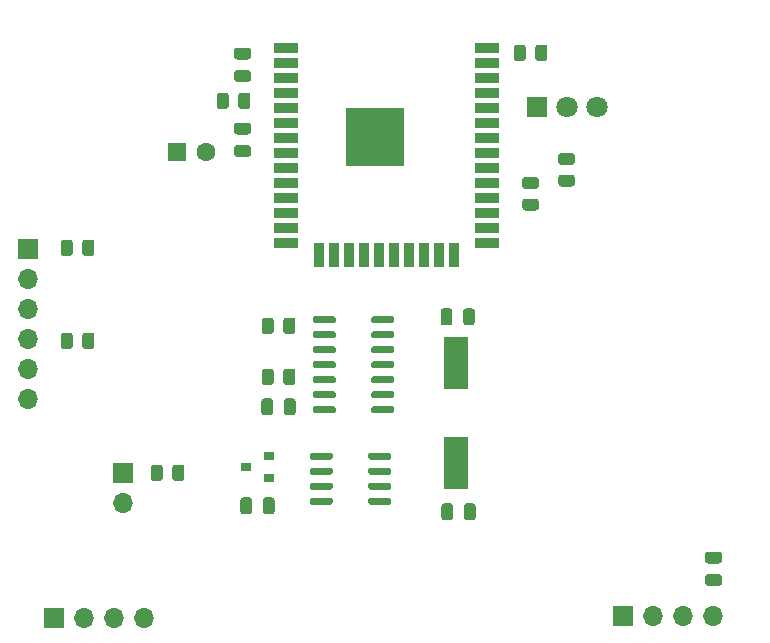
<source format=gbr>
%TF.GenerationSoftware,KiCad,Pcbnew,5.1.9+dfsg1-1*%
%TF.CreationDate,2021-05-25T15:32:43+02:00*%
%TF.ProjectId,vscp-din-wireless-esp32-can,76736370-2d64-4696-9e2d-776972656c65,rev?*%
%TF.SameCoordinates,Original*%
%TF.FileFunction,Soldermask,Top*%
%TF.FilePolarity,Negative*%
%FSLAX46Y46*%
G04 Gerber Fmt 4.6, Leading zero omitted, Abs format (unit mm)*
G04 Created by KiCad (PCBNEW 5.1.9+dfsg1-1) date 2021-05-25 15:32:43*
%MOMM*%
%LPD*%
G01*
G04 APERTURE LIST*
%ADD10O,1.700000X1.700000*%
%ADD11R,1.700000X1.700000*%
%ADD12R,2.000000X4.500000*%
%ADD13R,0.900000X0.800000*%
%ADD14C,1.800000*%
%ADD15R,1.800000X1.800000*%
%ADD16R,2.000000X0.900000*%
%ADD17R,0.900000X2.000000*%
%ADD18R,5.000000X5.000000*%
%ADD19C,1.600000*%
%ADD20R,1.600000X1.600000*%
G04 APERTURE END LIST*
D10*
%TO.C,J1*%
X127820000Y-97600000D03*
X125280000Y-97600000D03*
X122740000Y-97600000D03*
D11*
X120200000Y-97600000D03*
%TD*%
D12*
%TO.C,Y1*%
X154178000Y-76014000D03*
X154178000Y-84514000D03*
%TD*%
%TO.C,U3*%
G36*
G01*
X146788000Y-84097000D02*
X146788000Y-83797000D01*
G75*
G02*
X146938000Y-83647000I150000J0D01*
G01*
X148588000Y-83647000D01*
G75*
G02*
X148738000Y-83797000I0J-150000D01*
G01*
X148738000Y-84097000D01*
G75*
G02*
X148588000Y-84247000I-150000J0D01*
G01*
X146938000Y-84247000D01*
G75*
G02*
X146788000Y-84097000I0J150000D01*
G01*
G37*
G36*
G01*
X146788000Y-85367000D02*
X146788000Y-85067000D01*
G75*
G02*
X146938000Y-84917000I150000J0D01*
G01*
X148588000Y-84917000D01*
G75*
G02*
X148738000Y-85067000I0J-150000D01*
G01*
X148738000Y-85367000D01*
G75*
G02*
X148588000Y-85517000I-150000J0D01*
G01*
X146938000Y-85517000D01*
G75*
G02*
X146788000Y-85367000I0J150000D01*
G01*
G37*
G36*
G01*
X146788000Y-86637000D02*
X146788000Y-86337000D01*
G75*
G02*
X146938000Y-86187000I150000J0D01*
G01*
X148588000Y-86187000D01*
G75*
G02*
X148738000Y-86337000I0J-150000D01*
G01*
X148738000Y-86637000D01*
G75*
G02*
X148588000Y-86787000I-150000J0D01*
G01*
X146938000Y-86787000D01*
G75*
G02*
X146788000Y-86637000I0J150000D01*
G01*
G37*
G36*
G01*
X146788000Y-87907000D02*
X146788000Y-87607000D01*
G75*
G02*
X146938000Y-87457000I150000J0D01*
G01*
X148588000Y-87457000D01*
G75*
G02*
X148738000Y-87607000I0J-150000D01*
G01*
X148738000Y-87907000D01*
G75*
G02*
X148588000Y-88057000I-150000J0D01*
G01*
X146938000Y-88057000D01*
G75*
G02*
X146788000Y-87907000I0J150000D01*
G01*
G37*
G36*
G01*
X141838000Y-87907000D02*
X141838000Y-87607000D01*
G75*
G02*
X141988000Y-87457000I150000J0D01*
G01*
X143638000Y-87457000D01*
G75*
G02*
X143788000Y-87607000I0J-150000D01*
G01*
X143788000Y-87907000D01*
G75*
G02*
X143638000Y-88057000I-150000J0D01*
G01*
X141988000Y-88057000D01*
G75*
G02*
X141838000Y-87907000I0J150000D01*
G01*
G37*
G36*
G01*
X141838000Y-86637000D02*
X141838000Y-86337000D01*
G75*
G02*
X141988000Y-86187000I150000J0D01*
G01*
X143638000Y-86187000D01*
G75*
G02*
X143788000Y-86337000I0J-150000D01*
G01*
X143788000Y-86637000D01*
G75*
G02*
X143638000Y-86787000I-150000J0D01*
G01*
X141988000Y-86787000D01*
G75*
G02*
X141838000Y-86637000I0J150000D01*
G01*
G37*
G36*
G01*
X141838000Y-85367000D02*
X141838000Y-85067000D01*
G75*
G02*
X141988000Y-84917000I150000J0D01*
G01*
X143638000Y-84917000D01*
G75*
G02*
X143788000Y-85067000I0J-150000D01*
G01*
X143788000Y-85367000D01*
G75*
G02*
X143638000Y-85517000I-150000J0D01*
G01*
X141988000Y-85517000D01*
G75*
G02*
X141838000Y-85367000I0J150000D01*
G01*
G37*
G36*
G01*
X141838000Y-84097000D02*
X141838000Y-83797000D01*
G75*
G02*
X141988000Y-83647000I150000J0D01*
G01*
X143638000Y-83647000D01*
G75*
G02*
X143788000Y-83797000I0J-150000D01*
G01*
X143788000Y-84097000D01*
G75*
G02*
X143638000Y-84247000I-150000J0D01*
G01*
X141988000Y-84247000D01*
G75*
G02*
X141838000Y-84097000I0J150000D01*
G01*
G37*
%TD*%
%TO.C,U2*%
G36*
G01*
X144042000Y-79860000D02*
X144042000Y-80160000D01*
G75*
G02*
X143892000Y-80310000I-150000J0D01*
G01*
X142242000Y-80310000D01*
G75*
G02*
X142092000Y-80160000I0J150000D01*
G01*
X142092000Y-79860000D01*
G75*
G02*
X142242000Y-79710000I150000J0D01*
G01*
X143892000Y-79710000D01*
G75*
G02*
X144042000Y-79860000I0J-150000D01*
G01*
G37*
G36*
G01*
X144042000Y-78590000D02*
X144042000Y-78890000D01*
G75*
G02*
X143892000Y-79040000I-150000J0D01*
G01*
X142242000Y-79040000D01*
G75*
G02*
X142092000Y-78890000I0J150000D01*
G01*
X142092000Y-78590000D01*
G75*
G02*
X142242000Y-78440000I150000J0D01*
G01*
X143892000Y-78440000D01*
G75*
G02*
X144042000Y-78590000I0J-150000D01*
G01*
G37*
G36*
G01*
X144042000Y-77320000D02*
X144042000Y-77620000D01*
G75*
G02*
X143892000Y-77770000I-150000J0D01*
G01*
X142242000Y-77770000D01*
G75*
G02*
X142092000Y-77620000I0J150000D01*
G01*
X142092000Y-77320000D01*
G75*
G02*
X142242000Y-77170000I150000J0D01*
G01*
X143892000Y-77170000D01*
G75*
G02*
X144042000Y-77320000I0J-150000D01*
G01*
G37*
G36*
G01*
X144042000Y-76050000D02*
X144042000Y-76350000D01*
G75*
G02*
X143892000Y-76500000I-150000J0D01*
G01*
X142242000Y-76500000D01*
G75*
G02*
X142092000Y-76350000I0J150000D01*
G01*
X142092000Y-76050000D01*
G75*
G02*
X142242000Y-75900000I150000J0D01*
G01*
X143892000Y-75900000D01*
G75*
G02*
X144042000Y-76050000I0J-150000D01*
G01*
G37*
G36*
G01*
X144042000Y-74780000D02*
X144042000Y-75080000D01*
G75*
G02*
X143892000Y-75230000I-150000J0D01*
G01*
X142242000Y-75230000D01*
G75*
G02*
X142092000Y-75080000I0J150000D01*
G01*
X142092000Y-74780000D01*
G75*
G02*
X142242000Y-74630000I150000J0D01*
G01*
X143892000Y-74630000D01*
G75*
G02*
X144042000Y-74780000I0J-150000D01*
G01*
G37*
G36*
G01*
X144042000Y-73510000D02*
X144042000Y-73810000D01*
G75*
G02*
X143892000Y-73960000I-150000J0D01*
G01*
X142242000Y-73960000D01*
G75*
G02*
X142092000Y-73810000I0J150000D01*
G01*
X142092000Y-73510000D01*
G75*
G02*
X142242000Y-73360000I150000J0D01*
G01*
X143892000Y-73360000D01*
G75*
G02*
X144042000Y-73510000I0J-150000D01*
G01*
G37*
G36*
G01*
X144042000Y-72240000D02*
X144042000Y-72540000D01*
G75*
G02*
X143892000Y-72690000I-150000J0D01*
G01*
X142242000Y-72690000D01*
G75*
G02*
X142092000Y-72540000I0J150000D01*
G01*
X142092000Y-72240000D01*
G75*
G02*
X142242000Y-72090000I150000J0D01*
G01*
X143892000Y-72090000D01*
G75*
G02*
X144042000Y-72240000I0J-150000D01*
G01*
G37*
G36*
G01*
X148992000Y-72240000D02*
X148992000Y-72540000D01*
G75*
G02*
X148842000Y-72690000I-150000J0D01*
G01*
X147192000Y-72690000D01*
G75*
G02*
X147042000Y-72540000I0J150000D01*
G01*
X147042000Y-72240000D01*
G75*
G02*
X147192000Y-72090000I150000J0D01*
G01*
X148842000Y-72090000D01*
G75*
G02*
X148992000Y-72240000I0J-150000D01*
G01*
G37*
G36*
G01*
X148992000Y-73510000D02*
X148992000Y-73810000D01*
G75*
G02*
X148842000Y-73960000I-150000J0D01*
G01*
X147192000Y-73960000D01*
G75*
G02*
X147042000Y-73810000I0J150000D01*
G01*
X147042000Y-73510000D01*
G75*
G02*
X147192000Y-73360000I150000J0D01*
G01*
X148842000Y-73360000D01*
G75*
G02*
X148992000Y-73510000I0J-150000D01*
G01*
G37*
G36*
G01*
X148992000Y-74780000D02*
X148992000Y-75080000D01*
G75*
G02*
X148842000Y-75230000I-150000J0D01*
G01*
X147192000Y-75230000D01*
G75*
G02*
X147042000Y-75080000I0J150000D01*
G01*
X147042000Y-74780000D01*
G75*
G02*
X147192000Y-74630000I150000J0D01*
G01*
X148842000Y-74630000D01*
G75*
G02*
X148992000Y-74780000I0J-150000D01*
G01*
G37*
G36*
G01*
X148992000Y-76050000D02*
X148992000Y-76350000D01*
G75*
G02*
X148842000Y-76500000I-150000J0D01*
G01*
X147192000Y-76500000D01*
G75*
G02*
X147042000Y-76350000I0J150000D01*
G01*
X147042000Y-76050000D01*
G75*
G02*
X147192000Y-75900000I150000J0D01*
G01*
X148842000Y-75900000D01*
G75*
G02*
X148992000Y-76050000I0J-150000D01*
G01*
G37*
G36*
G01*
X148992000Y-77320000D02*
X148992000Y-77620000D01*
G75*
G02*
X148842000Y-77770000I-150000J0D01*
G01*
X147192000Y-77770000D01*
G75*
G02*
X147042000Y-77620000I0J150000D01*
G01*
X147042000Y-77320000D01*
G75*
G02*
X147192000Y-77170000I150000J0D01*
G01*
X148842000Y-77170000D01*
G75*
G02*
X148992000Y-77320000I0J-150000D01*
G01*
G37*
G36*
G01*
X148992000Y-78590000D02*
X148992000Y-78890000D01*
G75*
G02*
X148842000Y-79040000I-150000J0D01*
G01*
X147192000Y-79040000D01*
G75*
G02*
X147042000Y-78890000I0J150000D01*
G01*
X147042000Y-78590000D01*
G75*
G02*
X147192000Y-78440000I150000J0D01*
G01*
X148842000Y-78440000D01*
G75*
G02*
X148992000Y-78590000I0J-150000D01*
G01*
G37*
G36*
G01*
X148992000Y-79860000D02*
X148992000Y-80160000D01*
G75*
G02*
X148842000Y-80310000I-150000J0D01*
G01*
X147192000Y-80310000D01*
G75*
G02*
X147042000Y-80160000I0J150000D01*
G01*
X147042000Y-79860000D01*
G75*
G02*
X147192000Y-79710000I150000J0D01*
G01*
X148842000Y-79710000D01*
G75*
G02*
X148992000Y-79860000I0J-150000D01*
G01*
G37*
%TD*%
%TO.C,R9*%
G36*
G01*
X130194000Y-85794001D02*
X130194000Y-84893999D01*
G75*
G02*
X130443999Y-84644000I249999J0D01*
G01*
X130969001Y-84644000D01*
G75*
G02*
X131219000Y-84893999I0J-249999D01*
G01*
X131219000Y-85794001D01*
G75*
G02*
X130969001Y-86044000I-249999J0D01*
G01*
X130443999Y-86044000D01*
G75*
G02*
X130194000Y-85794001I0J249999D01*
G01*
G37*
G36*
G01*
X128369000Y-85794001D02*
X128369000Y-84893999D01*
G75*
G02*
X128618999Y-84644000I249999J0D01*
G01*
X129144001Y-84644000D01*
G75*
G02*
X129394000Y-84893999I0J-249999D01*
G01*
X129394000Y-85794001D01*
G75*
G02*
X129144001Y-86044000I-249999J0D01*
G01*
X128618999Y-86044000D01*
G75*
G02*
X128369000Y-85794001I0J249999D01*
G01*
G37*
%TD*%
%TO.C,R7*%
G36*
G01*
X138792000Y-72447999D02*
X138792000Y-73348001D01*
G75*
G02*
X138542001Y-73598000I-249999J0D01*
G01*
X138016999Y-73598000D01*
G75*
G02*
X137767000Y-73348001I0J249999D01*
G01*
X137767000Y-72447999D01*
G75*
G02*
X138016999Y-72198000I249999J0D01*
G01*
X138542001Y-72198000D01*
G75*
G02*
X138792000Y-72447999I0J-249999D01*
G01*
G37*
G36*
G01*
X140617000Y-72447999D02*
X140617000Y-73348001D01*
G75*
G02*
X140367001Y-73598000I-249999J0D01*
G01*
X139841999Y-73598000D01*
G75*
G02*
X139592000Y-73348001I0J249999D01*
G01*
X139592000Y-72447999D01*
G75*
G02*
X139841999Y-72198000I249999J0D01*
G01*
X140367001Y-72198000D01*
G75*
G02*
X140617000Y-72447999I0J-249999D01*
G01*
G37*
%TD*%
%TO.C,R4*%
G36*
G01*
X139592000Y-77666001D02*
X139592000Y-76765999D01*
G75*
G02*
X139841999Y-76516000I249999J0D01*
G01*
X140367001Y-76516000D01*
G75*
G02*
X140617000Y-76765999I0J-249999D01*
G01*
X140617000Y-77666001D01*
G75*
G02*
X140367001Y-77916000I-249999J0D01*
G01*
X139841999Y-77916000D01*
G75*
G02*
X139592000Y-77666001I0J249999D01*
G01*
G37*
G36*
G01*
X137767000Y-77666001D02*
X137767000Y-76765999D01*
G75*
G02*
X138016999Y-76516000I249999J0D01*
G01*
X138542001Y-76516000D01*
G75*
G02*
X138792000Y-76765999I0J-249999D01*
G01*
X138792000Y-77666001D01*
G75*
G02*
X138542001Y-77916000I-249999J0D01*
G01*
X138016999Y-77916000D01*
G75*
G02*
X137767000Y-77666001I0J249999D01*
G01*
G37*
%TD*%
D10*
%TO.C,J4*%
X125984000Y-87884000D03*
D11*
X125984000Y-85344000D03*
%TD*%
D13*
%TO.C,D2*%
X136414000Y-84836000D03*
X138414000Y-83886000D03*
X138414000Y-85786000D03*
%TD*%
%TO.C,C7*%
G36*
G01*
X154882000Y-89121000D02*
X154882000Y-88171000D01*
G75*
G02*
X155132000Y-87921000I250000J0D01*
G01*
X155632000Y-87921000D01*
G75*
G02*
X155882000Y-88171000I0J-250000D01*
G01*
X155882000Y-89121000D01*
G75*
G02*
X155632000Y-89371000I-250000J0D01*
G01*
X155132000Y-89371000D01*
G75*
G02*
X154882000Y-89121000I0J250000D01*
G01*
G37*
G36*
G01*
X152982000Y-89121000D02*
X152982000Y-88171000D01*
G75*
G02*
X153232000Y-87921000I250000J0D01*
G01*
X153732000Y-87921000D01*
G75*
G02*
X153982000Y-88171000I0J-250000D01*
G01*
X153982000Y-89121000D01*
G75*
G02*
X153732000Y-89371000I-250000J0D01*
G01*
X153232000Y-89371000D01*
G75*
G02*
X152982000Y-89121000I0J250000D01*
G01*
G37*
%TD*%
%TO.C,C6*%
G36*
G01*
X154816000Y-72611000D02*
X154816000Y-71661000D01*
G75*
G02*
X155066000Y-71411000I250000J0D01*
G01*
X155566000Y-71411000D01*
G75*
G02*
X155816000Y-71661000I0J-250000D01*
G01*
X155816000Y-72611000D01*
G75*
G02*
X155566000Y-72861000I-250000J0D01*
G01*
X155066000Y-72861000D01*
G75*
G02*
X154816000Y-72611000I0J250000D01*
G01*
G37*
G36*
G01*
X152916000Y-72611000D02*
X152916000Y-71661000D01*
G75*
G02*
X153166000Y-71411000I250000J0D01*
G01*
X153666000Y-71411000D01*
G75*
G02*
X153916000Y-71661000I0J-250000D01*
G01*
X153916000Y-72611000D01*
G75*
G02*
X153666000Y-72861000I-250000J0D01*
G01*
X153166000Y-72861000D01*
G75*
G02*
X152916000Y-72611000I0J250000D01*
G01*
G37*
%TD*%
%TO.C,C5*%
G36*
G01*
X138742000Y-79281000D02*
X138742000Y-80231000D01*
G75*
G02*
X138492000Y-80481000I-250000J0D01*
G01*
X137992000Y-80481000D01*
G75*
G02*
X137742000Y-80231000I0J250000D01*
G01*
X137742000Y-79281000D01*
G75*
G02*
X137992000Y-79031000I250000J0D01*
G01*
X138492000Y-79031000D01*
G75*
G02*
X138742000Y-79281000I0J-250000D01*
G01*
G37*
G36*
G01*
X140642000Y-79281000D02*
X140642000Y-80231000D01*
G75*
G02*
X140392000Y-80481000I-250000J0D01*
G01*
X139892000Y-80481000D01*
G75*
G02*
X139642000Y-80231000I0J250000D01*
G01*
X139642000Y-79281000D01*
G75*
G02*
X139892000Y-79031000I250000J0D01*
G01*
X140392000Y-79031000D01*
G75*
G02*
X140642000Y-79281000I0J-250000D01*
G01*
G37*
%TD*%
%TO.C,C4*%
G36*
G01*
X136964000Y-87663000D02*
X136964000Y-88613000D01*
G75*
G02*
X136714000Y-88863000I-250000J0D01*
G01*
X136214000Y-88863000D01*
G75*
G02*
X135964000Y-88613000I0J250000D01*
G01*
X135964000Y-87663000D01*
G75*
G02*
X136214000Y-87413000I250000J0D01*
G01*
X136714000Y-87413000D01*
G75*
G02*
X136964000Y-87663000I0J-250000D01*
G01*
G37*
G36*
G01*
X138864000Y-87663000D02*
X138864000Y-88613000D01*
G75*
G02*
X138614000Y-88863000I-250000J0D01*
G01*
X138114000Y-88863000D01*
G75*
G02*
X137864000Y-88613000I0J250000D01*
G01*
X137864000Y-87663000D01*
G75*
G02*
X138114000Y-87413000I250000J0D01*
G01*
X138614000Y-87413000D01*
G75*
G02*
X138864000Y-87663000I0J-250000D01*
G01*
G37*
%TD*%
%TO.C,R6*%
G36*
G01*
X164026001Y-59290000D02*
X163125999Y-59290000D01*
G75*
G02*
X162876000Y-59040001I0J249999D01*
G01*
X162876000Y-58514999D01*
G75*
G02*
X163125999Y-58265000I249999J0D01*
G01*
X164026001Y-58265000D01*
G75*
G02*
X164276000Y-58514999I0J-249999D01*
G01*
X164276000Y-59040001D01*
G75*
G02*
X164026001Y-59290000I-249999J0D01*
G01*
G37*
G36*
G01*
X164026001Y-61115000D02*
X163125999Y-61115000D01*
G75*
G02*
X162876000Y-60865001I0J249999D01*
G01*
X162876000Y-60339999D01*
G75*
G02*
X163125999Y-60090000I249999J0D01*
G01*
X164026001Y-60090000D01*
G75*
G02*
X164276000Y-60339999I0J-249999D01*
G01*
X164276000Y-60865001D01*
G75*
G02*
X164026001Y-61115000I-249999J0D01*
G01*
G37*
%TD*%
D14*
%TO.C,D1*%
X166116000Y-54356000D03*
X163576000Y-54356000D03*
D15*
X161036000Y-54356000D03*
%TD*%
D16*
%TO.C,U1*%
X156820000Y-49396000D03*
X156820000Y-50666000D03*
X156820000Y-51936000D03*
X156820000Y-53206000D03*
X156820000Y-54476000D03*
X156820000Y-55746000D03*
X156820000Y-57016000D03*
X156820000Y-58286000D03*
X156820000Y-59556000D03*
X156820000Y-60826000D03*
X156820000Y-62096000D03*
X156820000Y-63366000D03*
X156820000Y-64636000D03*
X156820000Y-65906000D03*
D17*
X154035000Y-66906000D03*
X152765000Y-66906000D03*
X151495000Y-66906000D03*
X150225000Y-66906000D03*
X148955000Y-66906000D03*
X147685000Y-66906000D03*
X146415000Y-66906000D03*
X145145000Y-66906000D03*
X143875000Y-66906000D03*
X142605000Y-66906000D03*
D16*
X139820000Y-65906000D03*
X139820000Y-64636000D03*
X139820000Y-63366000D03*
X139820000Y-62096000D03*
X139820000Y-60826000D03*
X139820000Y-59556000D03*
X139820000Y-58286000D03*
X139820000Y-57016000D03*
X139820000Y-55746000D03*
X139820000Y-54476000D03*
X139820000Y-53206000D03*
X139820000Y-51936000D03*
X139820000Y-50666000D03*
X139820000Y-49396000D03*
D18*
X147320000Y-56896000D03*
%TD*%
%TO.C,R8*%
G36*
G01*
X160928000Y-50234001D02*
X160928000Y-49333999D01*
G75*
G02*
X161177999Y-49084000I249999J0D01*
G01*
X161703001Y-49084000D01*
G75*
G02*
X161953000Y-49333999I0J-249999D01*
G01*
X161953000Y-50234001D01*
G75*
G02*
X161703001Y-50484000I-249999J0D01*
G01*
X161177999Y-50484000D01*
G75*
G02*
X160928000Y-50234001I0J249999D01*
G01*
G37*
G36*
G01*
X159103000Y-50234001D02*
X159103000Y-49333999D01*
G75*
G02*
X159352999Y-49084000I249999J0D01*
G01*
X159878001Y-49084000D01*
G75*
G02*
X160128000Y-49333999I0J-249999D01*
G01*
X160128000Y-50234001D01*
G75*
G02*
X159878001Y-50484000I-249999J0D01*
G01*
X159352999Y-50484000D01*
G75*
G02*
X159103000Y-50234001I0J249999D01*
G01*
G37*
%TD*%
%TO.C,R2*%
G36*
G01*
X135782000Y-54298001D02*
X135782000Y-53397999D01*
G75*
G02*
X136031999Y-53148000I249999J0D01*
G01*
X136557001Y-53148000D01*
G75*
G02*
X136807000Y-53397999I0J-249999D01*
G01*
X136807000Y-54298001D01*
G75*
G02*
X136557001Y-54548000I-249999J0D01*
G01*
X136031999Y-54548000D01*
G75*
G02*
X135782000Y-54298001I0J249999D01*
G01*
G37*
G36*
G01*
X133957000Y-54298001D02*
X133957000Y-53397999D01*
G75*
G02*
X134206999Y-53148000I249999J0D01*
G01*
X134732001Y-53148000D01*
G75*
G02*
X134982000Y-53397999I0J-249999D01*
G01*
X134982000Y-54298001D01*
G75*
G02*
X134732001Y-54548000I-249999J0D01*
G01*
X134206999Y-54548000D01*
G75*
G02*
X133957000Y-54298001I0J249999D01*
G01*
G37*
%TD*%
%TO.C,R5*%
G36*
G01*
X121774000Y-65843999D02*
X121774000Y-66744001D01*
G75*
G02*
X121524001Y-66994000I-249999J0D01*
G01*
X120998999Y-66994000D01*
G75*
G02*
X120749000Y-66744001I0J249999D01*
G01*
X120749000Y-65843999D01*
G75*
G02*
X120998999Y-65594000I249999J0D01*
G01*
X121524001Y-65594000D01*
G75*
G02*
X121774000Y-65843999I0J-249999D01*
G01*
G37*
G36*
G01*
X123599000Y-65843999D02*
X123599000Y-66744001D01*
G75*
G02*
X123349001Y-66994000I-249999J0D01*
G01*
X122823999Y-66994000D01*
G75*
G02*
X122574000Y-66744001I0J249999D01*
G01*
X122574000Y-65843999D01*
G75*
G02*
X122823999Y-65594000I249999J0D01*
G01*
X123349001Y-65594000D01*
G75*
G02*
X123599000Y-65843999I0J-249999D01*
G01*
G37*
%TD*%
%TO.C,R3*%
G36*
G01*
X122574000Y-74618001D02*
X122574000Y-73717999D01*
G75*
G02*
X122823999Y-73468000I249999J0D01*
G01*
X123349001Y-73468000D01*
G75*
G02*
X123599000Y-73717999I0J-249999D01*
G01*
X123599000Y-74618001D01*
G75*
G02*
X123349001Y-74868000I-249999J0D01*
G01*
X122823999Y-74868000D01*
G75*
G02*
X122574000Y-74618001I0J249999D01*
G01*
G37*
G36*
G01*
X120749000Y-74618001D02*
X120749000Y-73717999D01*
G75*
G02*
X120998999Y-73468000I249999J0D01*
G01*
X121524001Y-73468000D01*
G75*
G02*
X121774000Y-73717999I0J-249999D01*
G01*
X121774000Y-74618001D01*
G75*
G02*
X121524001Y-74868000I-249999J0D01*
G01*
X120998999Y-74868000D01*
G75*
G02*
X120749000Y-74618001I0J249999D01*
G01*
G37*
%TD*%
%TO.C,R1*%
G36*
G01*
X160978001Y-61322000D02*
X160077999Y-61322000D01*
G75*
G02*
X159828000Y-61072001I0J249999D01*
G01*
X159828000Y-60546999D01*
G75*
G02*
X160077999Y-60297000I249999J0D01*
G01*
X160978001Y-60297000D01*
G75*
G02*
X161228000Y-60546999I0J-249999D01*
G01*
X161228000Y-61072001D01*
G75*
G02*
X160978001Y-61322000I-249999J0D01*
G01*
G37*
G36*
G01*
X160978001Y-63147000D02*
X160077999Y-63147000D01*
G75*
G02*
X159828000Y-62897001I0J249999D01*
G01*
X159828000Y-62371999D01*
G75*
G02*
X160077999Y-62122000I249999J0D01*
G01*
X160978001Y-62122000D01*
G75*
G02*
X161228000Y-62371999I0J-249999D01*
G01*
X161228000Y-62897001D01*
G75*
G02*
X160978001Y-63147000I-249999J0D01*
G01*
G37*
%TD*%
%TO.C,C8*%
G36*
G01*
X176497000Y-93022000D02*
X175547000Y-93022000D01*
G75*
G02*
X175297000Y-92772000I0J250000D01*
G01*
X175297000Y-92272000D01*
G75*
G02*
X175547000Y-92022000I250000J0D01*
G01*
X176497000Y-92022000D01*
G75*
G02*
X176747000Y-92272000I0J-250000D01*
G01*
X176747000Y-92772000D01*
G75*
G02*
X176497000Y-93022000I-250000J0D01*
G01*
G37*
G36*
G01*
X176497000Y-94922000D02*
X175547000Y-94922000D01*
G75*
G02*
X175297000Y-94672000I0J250000D01*
G01*
X175297000Y-94172000D01*
G75*
G02*
X175547000Y-93922000I250000J0D01*
G01*
X176497000Y-93922000D01*
G75*
G02*
X176747000Y-94172000I0J-250000D01*
G01*
X176747000Y-94672000D01*
G75*
G02*
X176497000Y-94922000I-250000J0D01*
G01*
G37*
%TD*%
%TO.C,C1*%
G36*
G01*
X136619000Y-50350000D02*
X135669000Y-50350000D01*
G75*
G02*
X135419000Y-50100000I0J250000D01*
G01*
X135419000Y-49600000D01*
G75*
G02*
X135669000Y-49350000I250000J0D01*
G01*
X136619000Y-49350000D01*
G75*
G02*
X136869000Y-49600000I0J-250000D01*
G01*
X136869000Y-50100000D01*
G75*
G02*
X136619000Y-50350000I-250000J0D01*
G01*
G37*
G36*
G01*
X136619000Y-52250000D02*
X135669000Y-52250000D01*
G75*
G02*
X135419000Y-52000000I0J250000D01*
G01*
X135419000Y-51500000D01*
G75*
G02*
X135669000Y-51250000I250000J0D01*
G01*
X136619000Y-51250000D01*
G75*
G02*
X136869000Y-51500000I0J-250000D01*
G01*
X136869000Y-52000000D01*
G75*
G02*
X136619000Y-52250000I-250000J0D01*
G01*
G37*
%TD*%
%TO.C,C3*%
G36*
G01*
X135669000Y-57600000D02*
X136619000Y-57600000D01*
G75*
G02*
X136869000Y-57850000I0J-250000D01*
G01*
X136869000Y-58350000D01*
G75*
G02*
X136619000Y-58600000I-250000J0D01*
G01*
X135669000Y-58600000D01*
G75*
G02*
X135419000Y-58350000I0J250000D01*
G01*
X135419000Y-57850000D01*
G75*
G02*
X135669000Y-57600000I250000J0D01*
G01*
G37*
G36*
G01*
X135669000Y-55700000D02*
X136619000Y-55700000D01*
G75*
G02*
X136869000Y-55950000I0J-250000D01*
G01*
X136869000Y-56450000D01*
G75*
G02*
X136619000Y-56700000I-250000J0D01*
G01*
X135669000Y-56700000D01*
G75*
G02*
X135419000Y-56450000I0J250000D01*
G01*
X135419000Y-55950000D01*
G75*
G02*
X135669000Y-55700000I250000J0D01*
G01*
G37*
%TD*%
D19*
%TO.C,C2*%
X133056000Y-58166000D03*
D20*
X130556000Y-58166000D03*
%TD*%
D10*
%TO.C,J2*%
X176000000Y-97500000D03*
X173460000Y-97500000D03*
X170920000Y-97500000D03*
D11*
X168380000Y-97500000D03*
%TD*%
D10*
%TO.C,J3*%
X118010600Y-79095000D03*
X118010600Y-76555000D03*
X118010600Y-74015000D03*
X118010600Y-71475000D03*
X118010600Y-68935000D03*
D11*
X118010600Y-66395000D03*
%TD*%
M02*

</source>
